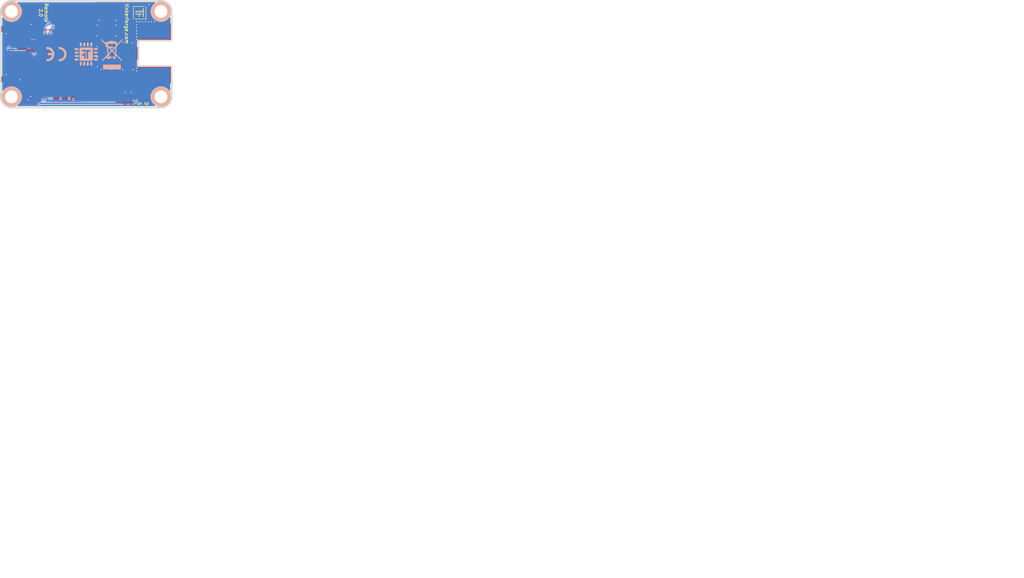
<source format=kicad_pcb>
(kicad_pcb (version 4) (host pcbnew 4.0.7-e2-6376~58~ubuntu17.04.1)
  (title_block (title "Remote Bricklet") (rev 1.0) (company "Tinkerforge GmbH") (comment 1 "Licensed under CERN OHL v.1.1") (comment 2 "Copyright (©) 2013, B.Nordmeyer <bastian@tinkerforge.com>"))
  (layers (0 Vorderseite signal) (31 Rückseite signal hide) (34 B.Paste user) (35 F.Paste user) (36 B.SilkS user) (37 F.SilkS user) (38 B.Mask user) (39 F.Mask user) (44 Edge.Cuts user))
  (net 0 "")
  (net 1 GND)
  (net 2 VCC)
  (net 3 "Net-(C1-Pad1)")
  (net 4 "Net-(D1-Pad2)")
  (net 5 "Net-(P1-Pad4)")
  (net 6 "Net-(P1-Pad5)")
  (net 7 "Net-(P1-Pad6)")
  (net 8 "Net-(P2-Pad2)")
  (net 9 S-CS)
  (net 10 S-CLK)
  (net 11 S-MOSI)
  (net 12 S-MISO)
  (net 13 "Net-(RP2-Pad1)")
  (net 14 "Net-(RP2-Pad2)")
  (net 15 "Net-(RP2-Pad3)")
  (net 16 "Net-(RP2-Pad4)")
  (net 17 M-MISO)
  (net 18 M-MOSI)
  (net 19 M-CLK)
  (net 20 M-CS)
  (net 21 DIO1)
  (net 22 DIO2)
  (net 23 RESET)
  (net 24 "Net-(D2-Pad2)")
  (net 25 "Net-(RP3-Pad1)")
  (net 26 "Net-(RP3-Pad4)")
  (net 27 Antenna)
  (net 28 "Net-(J1-Pad1)")
  (module DRILL_NP (layer Vorderseite) (at 80.4 32.3)
    (fp_text reference U3 hide)
    (fp_text value DRILL hide)
    (pad "" thru_hole circle (at 0 0) (size 2.99974 2.99974) (drill 2.99974) (layers *.Cu *.SilkS *.Mask) (clearance 0.89916))
  )
  (module DRILL_NP (layer Vorderseite) (at 45.4 52.3)
    (fp_text reference U4 hide)
    (fp_text value DRILL hide)
    (pad "" thru_hole circle (at 0 0) (size 2.99974 2.99974) (drill 2.99974) (layers *.Cu *.SilkS *.Mask) (clearance 0.89916))
  )
  (module DRILL_NP (layer Vorderseite) (at 45.4 32.3)
    (fp_text reference U6 hide)
    (fp_text value DRILL hide)
    (pad "" thru_hole circle (at 0 0) (size 2.99974 2.99974) (drill 2.99974) (layers *.Cu *.SilkS *.Mask) (clearance 0.89916))
  )
  (module DRILL_NP (layer Vorderseite) (at 80.4 52.3)
    (fp_text reference U5 hide)
    (fp_text value DRILL hide)
    (pad "" thru_hole circle (at 0 0) (size 2.99974 2.99974) (drill 2.99974) (layers *.Cu *.SilkS *.Mask) (clearance 0.89916))
  )
  (module Fiducial_Mark (layer Vorderseite) (at 63.4 47.3)
    (fp_text reference Fiducial_Mark hide)
    (fp_text value VAL** hide)
    (pad 1 smd circle (at 0 0) (size 1.00076 1.00076) (layers Vorderseite F.Mask) (clearance 0.65024))
  )
  (module Fiducial_Mark (layer Vorderseite) (at 49.9 32.8)
    (fp_text reference Fiducial_Mark hide)
    (fp_text value VAL** hide)
    (pad 1 smd circle (at 0 0) (size 1.00076 1.00076) (layers Vorderseite F.Mask) (clearance 0.65024))
  )
  (module Logo_31x31 (layer Vorderseite) (at 77 31 270)
    (fp_text reference G*** hide)
    (fp_text value Logo_31x31 hide)
  )
  (module FT-004B (layer Vorderseite) (at 82.9 42.1 270)
    (fp_text reference ANT1)
    (fp_text value ANT2)
    (pad 2 smd rect (at -5 4 270) (size 4 8) (layers Vorderseite F.Paste F.Mask) (net 1 GND))
    (pad 2 smd rect (at 5 4 270) (size 4 8) (layers Vorderseite F.Paste F.Mask) (net 1 GND))
    (pad 1 smd rect (at 0 10.5 270) (size 3 5) (layers Vorderseite F.Paste F.Mask) (net 27 Antenna))
  )
  (module C0402E (layer Vorderseite) (at 48.2 47.9 270)
    (fp_text reference C1)
    (fp_text value 220pF)
    (pad 1 smd rect (at -0.65 0 270) (size 0.7 0.9) (layers Vorderseite F.Paste F.Mask) (net 3 "Net-(C1-Pad1)"))
    (pad 2 smd rect (at 0.65 0 270) (size 0.7 0.9) (layers Vorderseite F.Paste F.Mask) (net 1 GND))
  )
  (module C0603F (layer Vorderseite) (at 50.7 40.5 90)
    (fp_text reference C3)
    (fp_text value 1uF)
    (pad 1 smd rect (at -0.75 0 90) (size 0.9 0.9) (layers Vorderseite F.Paste F.Mask) (net 2 VCC))
    (pad 2 smd rect (at 0.75 0 90) (size 0.9 0.9) (layers Vorderseite F.Paste F.Mask) (net 1 GND))
  )
  (module C0603F (layer Vorderseite) (at 51 53 180)
    (fp_text reference C4)
    (fp_text value 100nF)
    (pad 1 smd rect (at -0.75 0 180) (size 0.9 0.9) (layers Vorderseite F.Paste F.Mask) (net 2 VCC))
    (pad 2 smd rect (at 0.75 0 180) (size 0.9 0.9) (layers Vorderseite F.Paste F.Mask) (net 1 GND))
  )
  (module C0603F (layer Vorderseite) (at 73.4 52.9 270)
    (fp_text reference C5)
    (fp_text value 1µF)
    (pad 1 smd rect (at -0.75 0 270) (size 0.9 0.9) (layers Vorderseite F.Paste F.Mask) (net 1 GND))
    (pad 2 smd rect (at 0.75 0 270) (size 0.9 0.9) (layers Vorderseite F.Paste F.Mask) (net 2 VCC))
  )
  (module C0603F (layer Vorderseite) (at 72 52.9 270)
    (fp_text reference C6)
    (fp_text value 100nF)
    (pad 1 smd rect (at -0.75 0 270) (size 0.9 0.9) (layers Vorderseite F.Paste F.Mask) (net 1 GND))
    (pad 2 smd rect (at 0.75 0 270) (size 0.9 0.9) (layers Vorderseite F.Paste F.Mask) (net 2 VCC))
  )
  (module kicad-libraries:D0603F (layer Vorderseite) (at 75.4 51.6 90)
    (fp_text reference D1)
    (fp_text value LED)
    (pad 1 smd rect (at -0.75 0 90) (size 0.9 0.9) (layers Vorderseite F.Paste F.Mask) (net 2 VCC))
    (pad 2 smd rect (at 0.75 0 90) (size 0.9 0.9) (layers Vorderseite F.Paste F.Mask) (net 4 "Net-(D1-Pad2)"))
  )
  (module CON-SENSOR2 (layer Vorderseite) (at 43 42.3 270)
    (fp_text reference P1)
    (fp_text value CON-SENSOR2)
    (pad 1 smd rect (at -3.75 -4.6 270) (size 0.6 1.8) (layers Vorderseite F.Paste F.Mask))
    (pad 2 smd rect (at -2.5 -4.6 270) (size 0.6 1.8) (layers Vorderseite F.Paste F.Mask) (net 1 GND))
    (pad EP smd rect (at -5.9 -1.2 270) (size 1.4 2.4) (layers Vorderseite F.Paste F.Mask) (net 1 GND))
    (pad EP smd rect (at 5.9 -1.2 270) (size 1.4 2.4) (layers Vorderseite F.Paste F.Mask) (net 1 GND))
    (pad 3 smd rect (at -1.25 -4.6 270) (size 0.6 1.8) (layers Vorderseite F.Paste F.Mask) (net 2 VCC))
    (pad 4 smd rect (at 0 -4.6 270) (size 0.6 1.8) (layers Vorderseite F.Paste F.Mask) (net 5 "Net-(P1-Pad4)"))
    (pad 5 smd rect (at 1.25 -4.6 270) (size 0.6 1.8) (layers Vorderseite F.Paste F.Mask) (net 6 "Net-(P1-Pad5)"))
    (pad 6 smd rect (at 2.5 -4.6 270) (size 0.6 1.8) (layers Vorderseite F.Paste F.Mask) (net 7 "Net-(P1-Pad6)"))
    (pad 7 smd rect (at 3.75 -4.6 270) (size 0.6 1.8) (layers Vorderseite F.Paste F.Mask) (net 3 "Net-(C1-Pad1)"))
  )
  (module kicad-libraries:SolderJumper (layer Vorderseite) (at 48.8 35.3 180)
    (fp_text reference P2)
    (fp_text value BOOT)
    (pad 2 smd rect (at 0.55 0 180) (size 0.3 1.4) (layers Vorderseite F.Mask) (net 8 "Net-(P2-Pad2)"))
    (pad 2 smd rect (at 0.15 0 180) (size 0.6 0.5) (layers Vorderseite F.Mask) (net 8 "Net-(P2-Pad2)"))
    (pad 1 smd rect (at -0.5 0 180) (size 0.4 1.4) (layers Vorderseite F.Mask) (net 1 GND))
    (pad 1 smd rect (at -0.225 0.55 180) (size 0.95 0.3) (layers Vorderseite F.Mask) (net 1 GND))
    (pad 1 smd rect (at -0.225 -0.55 180) (size 0.95 0.3) (layers Vorderseite F.Mask) (net 1 GND))
  )
  (module 4X0402 (layer Vorderseite) (at 50.3 44.2 270)
    (fp_text reference RP1)
    (fp_text value 82)
    (pad 1 smd rect (at -0.7493 0.575 90) (size 0.29972 0.65) (layers Vorderseite F.Paste F.Mask) (net 5 "Net-(P1-Pad4)"))
    (pad 2 smd rect (at -0.24892 0.575 90) (size 0.29972 0.65) (layers Vorderseite F.Paste F.Mask) (net 6 "Net-(P1-Pad5)"))
    (pad 3 smd rect (at 0.24892 0.575 90) (size 0.29972 0.65) (layers Vorderseite F.Paste F.Mask) (net 7 "Net-(P1-Pad6)"))
    (pad 4 smd rect (at 0.7493 0.575 90) (size 0.29972 0.65) (layers Vorderseite F.Paste F.Mask) (net 3 "Net-(C1-Pad1)"))
    (pad 5 smd rect (at 0.7493 -0.575 270) (size 0.29972 0.65) (layers Vorderseite F.Paste F.Mask) (net 12 S-MISO))
    (pad 6 smd rect (at 0.24892 -0.575 270) (size 0.29972 0.65) (layers Vorderseite F.Paste F.Mask) (net 11 S-MOSI))
    (pad 7 smd rect (at -0.24892 -0.575 270) (size 0.29972 0.65) (layers Vorderseite F.Paste F.Mask) (net 10 S-CLK))
    (pad 8 smd rect (at -0.7493 -0.575 270) (size 0.29972 0.65) (layers Vorderseite F.Paste F.Mask) (net 9 S-CS))
  )
  (module 4X0603 (layer Vorderseite) (at 53 39)
    (fp_text reference RP2)
    (fp_text value 220)
    (pad 1 smd rect (at -1.19888 -0.8509) (size 0.44958 0.89916) (layers Vorderseite F.Paste F.Mask) (net 13 "Net-(RP2-Pad1)"))
    (pad 2 smd rect (at -0.39878 -0.8509) (size 0.44958 0.89916) (layers Vorderseite F.Paste F.Mask) (net 14 "Net-(RP2-Pad2)"))
    (pad 3 smd rect (at 0.39878 -0.8509) (size 0.44958 0.89916) (layers Vorderseite F.Paste F.Mask) (net 15 "Net-(RP2-Pad3)"))
    (pad 4 smd rect (at 1.19888 -0.8509) (size 0.44958 0.89916) (layers Vorderseite F.Paste F.Mask) (net 16 "Net-(RP2-Pad4)"))
    (pad 5 smd rect (at 1.19888 0.8509) (size 0.44958 0.89916) (layers Vorderseite F.Paste F.Mask) (net 17 M-MISO))
    (pad 6 smd rect (at 0.39878 0.8509) (size 0.44958 0.89916) (layers Vorderseite F.Paste F.Mask) (net 18 M-MOSI))
    (pad 7 smd rect (at -0.39878 0.8509) (size 0.44958 0.89916) (layers Vorderseite F.Paste F.Mask) (net 19 M-CLK))
    (pad 8 smd rect (at -1.19888 0.8509) (size 0.44958 0.89916) (layers Vorderseite F.Paste F.Mask) (net 20 M-CS))
  )
  (module kicad-libraries:QFN24-4x4mm-0.5mm (layer Vorderseite) (at 51.7 49.3)
    (fp_text reference U1)
    (fp_text value XMC1302-32)
    (pad 1 smd oval (at -2.025 -1.25) (size 1 0.3) (layers Vorderseite F.Paste F.Mask) (net 12 S-MISO))
    (pad 2 smd oval (at -2.025 -0.75) (size 1 0.3) (layers Vorderseite F.Paste F.Mask))
    (pad 3 smd oval (at -2.025 -0.25) (size 1 0.3) (layers Vorderseite F.Paste F.Mask))
    (pad 4 smd oval (at -2.025 0.25) (size 1 0.3) (layers Vorderseite F.Paste F.Mask) (net 8 "Net-(P2-Pad2)"))
    (pad 5 smd oval (at -2.025 0.75) (size 1 0.3) (layers Vorderseite F.Paste F.Mask))
    (pad 6 smd oval (at -2.025 1.25) (size 1 0.3) (layers Vorderseite F.Paste F.Mask))
    (pad 7 smd oval (at -1.25 2.025 90) (size 1 0.3) (layers Vorderseite F.Paste F.Mask) (net 28 "Net-(J1-Pad1)"))
    (pad 8 smd oval (at -0.75 2.025 90) (size 1 0.3) (layers Vorderseite F.Paste F.Mask))
    (pad 9 smd oval (at -0.25 2.025 90) (size 1 0.3) (layers Vorderseite F.Paste F.Mask) (net 1 GND))
    (pad 10 smd oval (at 0.25 2.025 90) (size 1 0.3) (layers Vorderseite F.Paste F.Mask) (net 2 VCC))
    (pad 11 smd oval (at 0.75 2.025 90) (size 1 0.3) (layers Vorderseite F.Paste F.Mask) (net 21 DIO1))
    (pad 12 smd oval (at 1.25 2.025 90) (size 1 0.3) (layers Vorderseite F.Paste F.Mask) (net 22 DIO2))
    (pad 13 smd oval (at 2.025 1.25) (size 1 0.3) (layers Vorderseite F.Paste F.Mask) (net 23 RESET))
    (pad 14 smd oval (at 2.025 0.75) (size 1 0.3) (layers Vorderseite F.Paste F.Mask))
    (pad 15 smd oval (at 2.025 0.25) (size 1 0.3) (layers Vorderseite F.Paste F.Mask) (net 25 "Net-(RP3-Pad1)"))
    (pad 16 smd oval (at 2.025 -0.25) (size 1 0.3) (layers Vorderseite F.Paste F.Mask) (net 26 "Net-(RP3-Pad4)"))
    (pad 17 smd oval (at 2.025 -0.75) (size 1 0.3) (layers Vorderseite F.Paste F.Mask) (net 17 M-MISO))
    (pad 18 smd oval (at 2.025 -1.25) (size 1 0.3) (layers Vorderseite F.Paste F.Mask) (net 18 M-MOSI))
    (pad 19 smd oval (at 1.25 -2.025 90) (size 1 0.3) (layers Vorderseite F.Paste F.Mask) (net 19 M-CLK))
    (pad 20 smd oval (at 0.75 -2.025 90) (size 1 0.3) (layers Vorderseite F.Paste F.Mask) (net 20 M-CS))
    (pad 21 smd oval (at 0.25 -2.025 90) (size 1 0.3) (layers Vorderseite F.Paste F.Mask))
    (pad 22 smd oval (at -0.25 -2.025 90) (size 1 0.3) (layers Vorderseite F.Paste F.Mask) (net 9 S-CS))
    (pad 23 smd oval (at -0.75 -2.025 90) (size 1 0.3) (layers Vorderseite F.Paste F.Mask) (net 10 S-CLK))
    (pad 24 smd oval (at -1.25 -2.025 90) (size 1 0.3) (layers Vorderseite F.Paste F.Mask) (net 11 S-MOSI))
    (pad EXP smd rect (at 0.65 0.65) (size 1.3 1.3) (layers Vorderseite F.Paste F.Mask) (net 1 GND))
    (pad EXP smd rect (at 0.65 -0.65) (size 1.3 1.3) (layers Vorderseite F.Paste F.Mask) (net 1 GND))
    (pad EXP smd rect (at -0.65 0.65) (size 1.3 1.3) (layers Vorderseite F.Paste F.Mask) (net 1 GND))
    (pad EXP smd rect (at -0.65 -0.65) (size 1.3 1.3) (layers Vorderseite F.Paste F.Mask) (net 1 GND))
  )
  (module kicad-libraries:WEEE_7mm (layer Rückseite) (at 68.9 42.3 180)
    (fp_text reference VAL hide)
    (fp_text value WEEE_7mm hide)
  )
  (module kicad-libraries:CE_5mm (layer Rückseite) (at 55.9 42.3 180)
    (fp_text reference VAL hide)
    (fp_text value CE_5mm hide)
  )
  (module kicad-libraries:D0603F (layer Vorderseite) (at 77 51.6 90)
    (fp_text reference D2)
    (fp_text value LED)
    (pad 1 smd rect (at -0.75 0 90) (size 0.9 0.9) (layers Vorderseite F.Paste F.Mask) (net 2 VCC))
    (pad 2 smd rect (at 0.75 0 90) (size 0.9 0.9) (layers Vorderseite F.Paste F.Mask) (net 24 "Net-(D2-Pad2)"))
  )
  (module 4X0603 (layer Vorderseite) (at 72.6 48.3 90)
    (fp_text reference RP3)
    (fp_text value 1k)
    (pad 1 smd rect (at -1.19888 -0.8509 90) (size 0.44958 0.89916) (layers Vorderseite F.Paste F.Mask) (net 25 "Net-(RP3-Pad1)"))
    (pad 2 smd rect (at -0.39878 -0.8509 90) (size 0.44958 0.89916) (layers Vorderseite F.Paste F.Mask))
    (pad 3 smd rect (at 0.39878 -0.8509 90) (size 0.44958 0.89916) (layers Vorderseite F.Paste F.Mask))
    (pad 4 smd rect (at 1.19888 -0.8509 90) (size 0.44958 0.89916) (layers Vorderseite F.Paste F.Mask) (net 26 "Net-(RP3-Pad4)"))
    (pad 5 smd rect (at 1.19888 0.8509 90) (size 0.44958 0.89916) (layers Vorderseite F.Paste F.Mask) (net 24 "Net-(D2-Pad2)"))
    (pad 6 smd rect (at 0.39878 0.8509 90) (size 0.44958 0.89916) (layers Vorderseite F.Paste F.Mask))
    (pad 7 smd rect (at -0.39878 0.8509 90) (size 0.44958 0.89916) (layers Vorderseite F.Paste F.Mask))
    (pad 8 smd rect (at -1.19888 0.8509 90) (size 0.44958 0.89916) (layers Vorderseite F.Paste F.Mask) (net 4 "Net-(D1-Pad2)"))
  )
  (module kicad-libraries:Logo_CoMCU (layer Rückseite) (at 62.9 42.3 180)
    (fp_text reference G*** hide)
    (fp_text value LOGO hide)
  )
  (module C0805 (layer Vorderseite) (at 49.5 40.5 90)
    (fp_text reference C2)
    (fp_text value 10uF)
    (pad 1 smd rect (at -1.00076 0 90) (size 1.00076 1.24968) (layers Vorderseite F.Paste F.Mask) (net 2 VCC) (clearance 0.14986))
    (pad 2 smd rect (at 1.00076 0 90) (size 1.00076 1.24968) (layers Vorderseite F.Paste F.Mask) (net 1 GND) (clearance 0.14986))
  )
  (module RFM69HW (layer Vorderseite) (at 62.9 41.9 90)
    (fp_text reference U2)
    (fp_text value RFM69HW)
    (pad 9 smd rect (at -9.5 -7 90) (size 3.2 1.5) (layers Vorderseite F.Paste F.Mask) (net 23 RESET))
    (pad 10 smd rect (at -9.5 -5 90) (size 3.2 1.5) (layers Vorderseite F.Paste F.Mask))
    (pad 11 smd rect (at -9.5 -3 90) (size 3.2 1.5) (layers Vorderseite F.Paste F.Mask) (net 21 DIO1))
    (pad 12 smd rect (at -9.5 -1 90) (size 3.2 1.5) (layers Vorderseite F.Paste F.Mask) (net 22 DIO2))
    (pad 13 smd rect (at -9.5 1 90) (size 3.2 1.5) (layers Vorderseite F.Paste F.Mask))
    (pad 14 smd rect (at -9.5 3 90) (size 3.2 1.5) (layers Vorderseite F.Paste F.Mask))
    (pad 15 smd rect (at -9.5 5 90) (size 3.2 1.5) (layers Vorderseite F.Paste F.Mask))
    (pad 16 smd rect (at -9.5 7 90) (size 3.2 1.5) (layers Vorderseite F.Paste F.Mask) (net 2 VCC))
    (pad 8 smd rect (at 9.5 7 270) (size 3.2 1.5) (layers Vorderseite F.Paste F.Mask) (net 1 GND))
    (pad 7 smd rect (at 9.5 5 270) (size 3.2 1.5) (layers Vorderseite F.Paste F.Mask) (net 27 Antenna))
    (pad 6 smd rect (at 9.5 3 270) (size 3.2 1.5) (layers Vorderseite F.Paste F.Mask) (net 1 GND))
    (pad 5 smd rect (at 9.5 1 270) (size 3.2 1.5) (layers Vorderseite F.Paste F.Mask) (net 14 "Net-(RP2-Pad2)"))
    (pad 4 smd rect (at 9.5 -1 270) (size 3.2 1.5) (layers Vorderseite F.Paste F.Mask) (net 16 "Net-(RP2-Pad4)"))
    (pad 3 smd rect (at 9.5 -3 270) (size 3.2 1.5) (layers Vorderseite F.Paste F.Mask) (net 15 "Net-(RP2-Pad3)"))
    (pad 2 smd rect (at 9.5 -5 270) (size 3.2 1.5) (layers Vorderseite F.Paste F.Mask) (net 13 "Net-(RP2-Pad1)"))
    (pad 1 smd rect (at 9.5 -7 270) (size 3.2 1.5) (layers Vorderseite F.Paste F.Mask))
  )
  (module kicad-libraries:DEBUG_PAD (layer Vorderseite) (at 49 51.8)
    (fp_text reference J1)
    (fp_text value Debug)
    (pad 1 smd circle (at 0 0) (size 0.7 0.7) (layers Vorderseite F.Paste F.Mask) (net 28 "Net-(J1-Pad1)"))
  )
  (gr_line (start 82.9 32.3) (end 82.9 39.1) (angle 90) (layer Edge.Cuts) (width 0.381))
  (gr_line (start 82.9 45.1) (end 82.9 52.3) (angle 90) (layer Edge.Cuts) (width 0.381))
  (gr_line (start 75.1 45.1) (end 82.9 45.1) (angle 90) (layer Edge.Cuts) (width 0.381))
  (gr_line (start 75.1 39.1) (end 75.1 45.1) (angle 90) (layer Edge.Cuts) (width 0.381))
  (gr_line (start 82.9 39.1) (end 75.1 39.1) (angle 90) (layer Edge.Cuts) (width 0.381))
  (gr_text D (at 77 53.9 270) (layer F.SilkS) (effects (font (size 0.8 0.8))))
  (gr_text S (at 75.4 53.9 90) (layer F.SilkS) (effects (font (size 0.8 0.8))))
  (gr_line (start 45.35 54.8) (end 80.4 54.8) (angle 90) (layer Edge.Cuts) (width 0.381))
  (gr_line (start 80.4 29.8) (end 45.45 29.8) (angle 90) (layer Edge.Cuts) (width 0.381))
  (gr_text "Remote\n2.0" (at 52.9 32.6 270) (layer F.SilkS) (effects (font (size 0.8 0.8))))
  (gr_text tinkerforge.com (at 72.4 35.2 270) (layer F.SilkS) (effects (font (size 0.8 0.8))))
  (gr_arc (start 80.4 52.3) (end 82.9 52.3) (angle 90) (layer Edge.Cuts) (width 0.381))
  (gr_arc (start 80.4 32.3) (end 80.4 29.8) (angle 90) (layer Edge.Cuts) (width 0.381))
  (gr_line (start 42.9 32.3) (end 42.9 52.3) (angle 90) (layer Edge.Cuts) (width 0.381))
  (gr_arc (start 45.4 32.3) (end 42.9 32.3) (angle 90) (layer Edge.Cuts) (width 0.381))
  (gr_arc (start 45.4 52.3) (end 45.4 54.8) (angle 90) (layer Edge.Cuts) (width 0.381))
  (segment (start 49.025 35.85) (end 49.15 35.85) (width 0.2) (layer Vorderseite) (net 1))
  (segment (start 49.15 35.85) (end 49.3 35.7) (width 0.2) (layer Vorderseite) (net 1))
  (segment (start 49.3 35.7) (end 49.3 35.3) (width 0.2) (layer Vorderseite) (net 1))
  (segment (start 49.025 34.75) (end 49.15 34.75) (width 0.2) (layer Vorderseite) (net 1))
  (segment (start 49.15 34.75) (end 49.3 34.9) (width 0.2) (layer Vorderseite) (net 1))
  (segment (start 49.3 34.9) (end 49.3 35.3) (width 0.2) (layer Vorderseite) (net 1))
  (segment (start 49.3 35.3) (end 50 35.3) (width 0.2) (layer Vorderseite) (net 1))
  (via (at 50 35.3) (size 0.70104) (drill 0.24892) (layers Vorderseite Rückseite) (net 1))
  (segment (start 66.4 45.9) (end 66.4 45.2) (width 0.8001) (layer Rückseite) (net 1))
  (segment (start 74.7 46.1) (end 74.5 45.9) (width 0.8001) (layer Vorderseite) (net 1))
  (segment (start 74.5 45.9) (end 73.9 45.9) (width 0.8001) (layer Vorderseite) (net 1))
  (via (at 73.9 45.9) (size 0.70104) (drill 0.24892) (layers Vorderseite Rückseite) (net 1))
  (segment (start 73.9 45.9) (end 71.4 45.9) (width 0.8001) (layer Rückseite) (net 1))
  (via (at 71.4 45.9) (size 0.70104) (drill 0.24892) (layers Vorderseite Rückseite) (net 1))
  (segment (start 71.4 45.9) (end 68.9 45.9) (width 0.8001) (layer Vorderseite) (net 1))
  (via (at 68.9 45.9) (size 0.70104) (drill 0.24892) (layers Vorderseite Rückseite) (net 1))
  (segment (start 68.9 45.9) (end 66.4 45.9) (width 0.8001) (layer Rückseite) (net 1))
  (via (at 66.4 45.9) (size 0.70104) (drill 0.24892) (layers Vorderseite Rückseite) (net 1))
  (via (at 74.7 46.2) (size 0.70104) (drill 0.24892) (layers Vorderseite Rückseite) (net 1))
  (segment (start 74.7 46.2) (end 74.7 46.1) (width 0.8001) (layer Vorderseite) (net 1))
  (via (at 68.4 43.2) (size 0.70104) (drill 0.24892) (layers Vorderseite Rückseite) (net 1))
  (segment (start 66.4 45.2) (end 68.4 43.2) (width 0.8001) (layer Rückseite) (net 1))
  (segment (start 77.5 34.7) (end 77.5 30.8) (width 0.8001) (layer Vorderseite) (net 1))
  (via (at 77.5 34.7) (size 0.70104) (drill 0.24892) (layers Vorderseite Rückseite) (net 1))
  (via (at 77.6 30.7) (size 0.70104) (drill 0.24892) (layers Vorderseite Rückseite) (net 1))
  (segment (start 77.5 30.8) (end 77.6 30.7) (width 0.8001) (layer Vorderseite) (net 1))
  (segment (start 69.9 34.4) (end 69.9 35.5) (width 0.8001) (layer Vorderseite) (net 1))
  (via (at 69.9 34.4) (size 0.70104) (drill 0.24892) (layers Vorderseite Rückseite) (net 1))
  (segment (start 69.9 32.4) (end 69.9 34.4) (width 0.8001) (layer Vorderseite) (net 1))
  (via (at 73.7 39.7) (size 0.70104) (drill 0.24892) (layers Vorderseite Rückseite) (net 1))
  (segment (start 71.7 39.7) (end 73.7 39.7) (width 0.8001) (layer Rückseite) (net 1))
  (segment (start 71.5 39.5) (end 71.7 39.7) (width 0.8001) (layer Rückseite) (net 1))
  (via (at 71.5 39.5) (size 0.70104) (drill 0.24892) (layers Vorderseite Rückseite) (net 1))
  (segment (start 71.4 39.5) (end 71.5 39.5) (width 0.8001) (layer Vorderseite) (net 1))
  (segment (start 69.9 38) (end 71.4 39.5) (width 0.8001) (layer Vorderseite) (net 1))
  (via (at 69.9 38) (size 0.70104) (drill 0.24892) (layers Vorderseite Rückseite) (net 1))
  (segment (start 69.9 35.5) (end 69.9 38) (width 0.8001) (layer Rückseite) (net 1))
  (via (at 69.9 35.5) (size 0.70104) (drill 0.24892) (layers Vorderseite Rückseite) (net 1))
  (segment (start 65.9 34.4) (end 65.9 35.1) (width 0.8001) (layer Vorderseite) (net 1))
  (via (at 65.9 34.4) (size 0.70104) (drill 0.24892) (layers Vorderseite Rückseite) (net 1))
  (segment (start 65.9 32.4) (end 65.9 34.4) (width 0.8001) (layer Vorderseite) (net 1))
  (via (at 65.5 45.2) (size 0.70104) (drill 0.24892) (layers Vorderseite Rückseite) (net 1))
  (segment (start 65.5 43) (end 65.5 45.2) (width 0.8001) (layer Vorderseite) (net 1))
  (via (at 65.5 43) (size 0.70104) (drill 0.24892) (layers Vorderseite Rückseite) (net 1))
  (segment (start 65.5 40.5) (end 65.5 43) (width 0.8001) (layer Rückseite) (net 1))
  (via (at 65.5 40.5) (size 0.70104) (drill 0.24892) (layers Vorderseite Rückseite) (net 1))
  (segment (start 65.5 38) (end 65.5 40.5) (width 0.8001) (layer Vorderseite) (net 1))
  (via (at 65.5 38) (size 0.70104) (drill 0.24892) (layers Vorderseite Rückseite) (net 1))
  (segment (start 65.5 35.5) (end 65.5 38) (width 0.8001) (layer Rückseite) (net 1))
  (via (at 65.5 35.5) (size 0.70104) (drill 0.24892) (layers Vorderseite Rückseite) (net 1))
  (segment (start 65.9 35.1) (end 65.5 35.5) (width 0.8001) (layer Vorderseite) (net 1))
  (segment (start 74.7 45.5) (end 74.7 46.2) (width 0.8001) (layer Vorderseite) (net 1))
  (segment (start 74.7 46.2) (end 75.6 47.1) (width 0.8001) (layer Vorderseite) (net 1))
  (via (at 74.7 45.5) (size 0.70104) (drill 0.24892) (layers Vorderseite Rückseite) (net 1))
  (segment (start 78.9 47.1) (end 75.6 47.1) (width 0.8001) (layer Vorderseite) (net 1))
  (segment (start 74.7 38.9) (end 74.7 38.2) (width 0.8001) (layer Vorderseite) (net 1))
  (via (at 74.7 38.2) (size 0.70104) (drill 0.24892) (layers Vorderseite Rückseite) (net 1))
  (segment (start 74.7 37.5) (end 74.7 36.8) (width 0.8001) (layer Vorderseite) (net 1))
  (via (at 74.7 36.8) (size 0.70104) (drill 0.24892) (layers Vorderseite Rückseite) (net 1))
  (segment (start 74.7 36.1) (end 74.7 35.4) (width 0.8001) (layer Vorderseite) (net 1))
  (via (at 74.7 35.4) (size 0.70104) (drill 0.24892) (layers Vorderseite Rückseite) (net 1))
  (segment (start 74.7 34.7) (end 75.4 34.7) (width 0.8001) (layer Vorderseite) (net 1))
  (via (at 75.4 34.7) (size 0.70104) (drill 0.24892) (layers Vorderseite Rückseite) (net 1))
  (segment (start 76.1 34.7) (end 76.8 34.7) (width 0.8001) (layer Vorderseite) (net 1))
  (via (at 76.8 34.7) (size 0.70104) (drill 0.24892) (layers Vorderseite Rückseite) (net 1))
  (segment (start 77.5 34.7) (end 78.2 34.7) (width 0.8001) (layer Vorderseite) (net 1))
  (via (at 78.2 34.7) (size 0.70104) (drill 0.24892) (layers Vorderseite Rückseite) (net 1))
  (segment (start 78.9 34.7) (end 78.9 37.1) (width 0.8001) (layer Vorderseite) (net 1))
  (via (at 78.9 34.7) (size 0.70104) (drill 0.24892) (layers Vorderseite Rückseite) (net 1))
  (segment (start 78.2 34.7) (end 78.9 34.7) (width 0.8001) (layer Vorderseite) (net 1))
  (segment (start 76.8 34.7) (end 77.5 34.7) (width 0.8001) (layer Vorderseite) (net 1))
  (via (at 76.1 34.7) (size 0.70104) (drill 0.24892) (layers Vorderseite Rückseite) (net 1))
  (segment (start 75.4 34.7) (end 76.1 34.7) (width 0.8001) (layer Vorderseite) (net 1))
  (via (at 74.7 34.7) (size 0.70104) (drill 0.24892) (layers Vorderseite Rückseite) (net 1))
  (segment (start 74.7 35.4) (end 74.7 34.7) (width 0.8001) (layer Vorderseite) (net 1))
  (via (at 74.7 36.1) (size 0.70104) (drill 0.24892) (layers Vorderseite Rückseite) (net 1))
  (segment (start 74.7 36.8) (end 74.7 36.1) (width 0.8001) (layer Vorderseite) (net 1))
  (via (at 74.7 37.5) (size 0.70104) (drill 0.24892) (layers Vorderseite Rückseite) (net 1))
  (segment (start 74.7 38.2) (end 74.7 37.5) (width 0.8001) (layer Vorderseite) (net 1))
  (via (at 74.7 38.9) (size 0.70104) (drill 0.24892) (layers Vorderseite Rückseite) (net 1))
  (segment (start 44.2 36.4) (end 44.2 37.5) (width 0.59944) (layer Vorderseite) (net 1))
  (via (at 44.2 37.5) (size 0.70104) (drill 0.24892) (layers Vorderseite Rückseite) (net 1))
  (segment (start 44.2 48.2) (end 44.2 47.1) (width 0.59944) (layer Vorderseite) (net 1))
  (via (at 44.2 47.1) (size 0.70104) (drill 0.24892) (layers Vorderseite Rückseite) (net 1))
  (segment (start 52.35 48.65) (end 52.35 49.95) (width 0.25) (layer Vorderseite) (net 1))
  (segment (start 51.05 48.65) (end 52.35 48.65) (width 0.25) (layer Vorderseite) (net 1))
  (segment (start 51.05 49.95) (end 51.05 48.65) (width 0.25) (layer Vorderseite) (net 1))
  (segment (start 51.45 51.325) (end 51.45 50.35) (width 0.25) (layer Vorderseite) (net 1))
  (segment (start 51.45 50.35) (end 51.05 49.95) (width 0.25) (layer Vorderseite) (net 1))
  (segment (start 50.25 53) (end 50.25 52.55) (width 0.35) (layer Vorderseite) (net 1))
  (segment (start 50.25 52.55) (end 49.9 52.2) (width 0.35) (layer Vorderseite) (net 1))
  (via (at 49.9 52.2) (size 0.70104) (drill 0.24892) (layers Vorderseite Rückseite) (net 1))
  (segment (start 50.25 53) (end 49.3 53) (width 0.35) (layer Vorderseite) (net 1))
  (via (at 49.3 53) (size 0.70104) (drill 0.24892) (layers Vorderseite Rückseite) (net 1))
  (segment (start 51.45 51.325) (end 51.45 52.05) (width 0.2) (layer Vorderseite) (net 1))
  (segment (start 51 52.2) (end 50.45 52.75) (width 0.2) (layer Vorderseite) (net 1))
  (segment (start 51.3 52.2) (end 51 52.2) (width 0.2) (layer Vorderseite) (net 1))
  (segment (start 51.45 52.05) (end 51.3 52.2) (width 0.2) (layer Vorderseite) (net 1))
  (segment (start 50.45 52.75) (end 50.45 53.1) (width 0.2) (layer Vorderseite) (net 1))
  (segment (start 48.2 48.55) (end 47.65 48.55) (width 0.35) (layer Vorderseite) (net 1))
  (via (at 47.4 48.3) (size 0.70104) (drill 0.24892) (layers Vorderseite Rückseite) (net 1))
  (segment (start 47.65 48.55) (end 47.4 48.3) (width 0.35) (layer Vorderseite) (net 1))
  (segment (start 73.4 52.15) (end 73.4 51.3) (width 0.35) (layer Vorderseite) (net 1))
  (via (at 73.4 51.3) (size 0.70104) (drill 0.24892) (layers Vorderseite Rückseite) (net 1))
  (segment (start 72 52.15) (end 72 51.3) (width 0.35) (layer Vorderseite) (net 1))
  (via (at 72 51.3) (size 0.70104) (drill 0.24892) (layers Vorderseite Rückseite) (net 1))
  (segment (start 50.7 39.75) (end 50.7 39.4) (width 0.35) (layer Vorderseite) (net 1))
  (segment (start 50.7 39.4) (end 50.2 38.9) (width 0.59944) (layer Vorderseite) (net 1))
  (via (at 50.2 38.9) (size 0.70104) (drill 0.24892) (layers Vorderseite Rückseite) (net 1))
  (segment (start 50.7 39.75) (end 50.7 39.1) (width 0.59944) (layer Vorderseite) (net 1))
  (via (at 50.9 38.9) (size 0.70104) (drill 0.24892) (layers Vorderseite Rückseite) (net 1))
  (segment (start 50.7 39.1) (end 50.9 38.9) (width 0.59944) (layer Vorderseite) (net 1))
  (segment (start 49.5 39.75) (end 47.65 39.75) (width 0.59944) (layer Vorderseite) (net 1))
  (segment (start 47.65 39.75) (end 47.6 39.8) (width 0.35) (layer Vorderseite) (net 1))
  (segment (start 50.7 39.75) (end 49.5 39.75) (width 0.59944) (layer Vorderseite) (net 1))
  (segment (start 51.8 53.8) (end 73.9 53.8) (width 0.35) (layer Rückseite) (net 2))
  (segment (start 73.9 53.8) (end 74.4 53.3) (width 0.35) (layer Rückseite) (net 2))
  (segment (start 51.75 53) (end 51.75 53.75) (width 0.35) (layer Vorderseite) (net 2))
  (segment (start 51.75 53.75) (end 51.8 53.8) (width 0.35) (layer Vorderseite) (net 2))
  (segment (start 51.95 51.325) (end 51.95 52.45) (width 0.2) (layer Vorderseite) (net 2))
  (segment (start 51.95 52.45) (end 51.95 53.1) (width 0.2) (layer Vorderseite) (net 2))
  (segment (start 51.8 53.8) (end 48.8 53.8) (width 0.35) (layer Vorderseite) (net 2))
  (segment (start 50.7 42.1) (end 50.7 41.25) (width 0.59944) (layer Vorderseite) (net 2))
  (via (at 50.7 42.1) (size 0.70104) (drill 0.24892) (layers Vorderseite Rückseite) (net 2))
  (segment (start 49.8 41.2) (end 50.7 42.1) (width 0.35) (layer Rückseite) (net 2))
  (segment (start 45 41.2) (end 49.8 41.2) (width 0.35) (layer Rückseite) (net 2))
  (segment (start 44.8 41) (end 45 41.2) (width 0.35) (layer Rückseite) (net 2))
  (via (at 44.8 41) (size 0.70104) (drill 0.24892) (layers Vorderseite Rückseite) (net 2))
  (segment (start 44.8 46) (end 44.8 41) (width 0.35) (layer Vorderseite) (net 2))
  (segment (start 46 47.2) (end 44.8 46) (width 0.35) (layer Vorderseite) (net 2))
  (segment (start 46 48.9) (end 46 47.2) (width 0.35) (layer Vorderseite) (net 2))
  (segment (start 48.2 51.1) (end 46 48.9) (width 0.35) (layer Vorderseite) (net 2))
  (segment (start 48.2 53.2) (end 48.2 51.1) (width 0.35) (layer Vorderseite) (net 2))
  (segment (start 48.8 53.8) (end 48.2 53.2) (width 0.35) (layer Vorderseite) (net 2))
  (via (at 51.8 53.8) (size 0.70104) (drill 0.24892) (layers Vorderseite Rückseite) (net 2))
  (via (at 74.4 53.3) (size 0.70104) (drill 0.24892) (layers Vorderseite Rückseite) (net 2))
  (segment (start 75.4 52.35) (end 74.65 52.35) (width 0.35) (layer Vorderseite) (net 2))
  (segment (start 74.65 52.35) (end 74.4 52.6) (width 0.35) (layer Vorderseite) (net 2))
  (segment (start 74.4 52.6) (end 74.4 53.3) (width 0.35) (layer Vorderseite) (net 2))
  (segment (start 74.05 53.65) (end 74.4 53.3) (width 0.35) (layer Vorderseite) (net 2))
  (segment (start 74.05 53.65) (end 73.4 53.65) (width 0.35) (layer Vorderseite) (net 2))
  (segment (start 77 52.35) (end 75.4 52.35) (width 0.35) (layer Vorderseite) (net 2))
  (segment (start 72 53.65) (end 70.15 53.65) (width 0.35) (layer Vorderseite) (net 2))
  (segment (start 69.9 53.4) (end 69.9 51.4) (width 0.35) (layer Vorderseite) (net 2))
  (segment (start 70.15 53.65) (end 69.9 53.4) (width 0.35) (layer Vorderseite) (net 2))
  (segment (start 73.4 53.65) (end 72 53.65) (width 0.35) (layer Vorderseite) (net 2))
  (segment (start 49.5 41.25) (end 50.7 41.25) (width 0.59944) (layer Vorderseite) (net 2))
  (segment (start 47.6 41.05) (end 48.75 41.05) (width 0.59944) (layer Vorderseite) (net 2))
  (segment (start 48.95 41.25) (end 49.5 41.25) (width 0.59944) (layer Vorderseite) (net 2))
  (segment (start 48.75 41.05) (end 48.95 41.25) (width 0.59944) (layer Vorderseite) (net 2))
  (segment (start 47.6 46.05) (end 47.6 46.1) (width 0.2) (layer Vorderseite) (net 3))
  (segment (start 47.6 46.1) (end 48.2 46.7) (width 0.2) (layer Vorderseite) (net 3))
  (segment (start 48.2 46.7) (end 48.2 47.25) (width 0.2) (layer Vorderseite) (net 3))
  (segment (start 49.725 44.9493) (end 49.5507 44.9493) (width 0.2) (layer Vorderseite) (net 3))
  (segment (start 49.5507 44.9493) (end 49 45.5) (width 0.2) (layer Vorderseite) (net 3))
  (segment (start 49 45.5) (end 49 46.8) (width 0.2) (layer Vorderseite) (net 3))
  (segment (start 49 46.8) (end 48.55 47.25) (width 0.2) (layer Vorderseite) (net 3))
  (segment (start 48.55 47.25) (end 48.2 47.25) (width 0.2) (layer Vorderseite) (net 3))
  (segment (start 75.4 50.85) (end 75.25 50.85) (width 0.2) (layer Vorderseite) (net 4))
  (segment (start 75.25 50.85) (end 73.89888 49.49888) (width 0.2) (layer Vorderseite) (net 4))
  (segment (start 73.89888 49.49888) (end 73.4509 49.49888) (width 0.2) (layer Vorderseite) (net 4))
  (segment (start 47.6 42.3) (end 48.3 42.3) (width 0.2) (layer Vorderseite) (net 5))
  (segment (start 48.3 42.3) (end 49.4507 43.4507) (width 0.2) (layer Vorderseite) (net 5))
  (segment (start 49.4507 43.4507) (end 49.725 43.4507) (width 0.2) (layer Vorderseite) (net 5))
  (segment (start 49.725 43.95108) (end 49.15108 43.95108) (width 0.2) (layer Vorderseite) (net 6))
  (segment (start 48.75 43.55) (end 47.6 43.55) (width 0.2) (layer Vorderseite) (net 6))
  (segment (start 49.15108 43.95108) (end 48.75 43.55) (width 0.2) (layer Vorderseite) (net 6))
  (segment (start 49.725 44.44892) (end 49.25108 44.44892) (width 0.2) (layer Vorderseite) (net 7))
  (segment (start 48.9 44.8) (end 47.6 44.8) (width 0.2) (layer Vorderseite) (net 7))
  (segment (start 49.25108 44.44892) (end 48.9 44.8) (width 0.2) (layer Vorderseite) (net 7))
  (segment (start 48.25 35.3) (end 48.65 35.3) (width 0.2) (layer Vorderseite) (net 8))
  (segment (start 49.675 49.55) (end 47.65 49.55) (width 0.2) (layer Vorderseite) (net 8))
  (segment (start 47.2 35.3) (end 48.25 35.3) (width 0.2) (layer Vorderseite) (net 8))
  (segment (start 46.6 35.9) (end 47.2 35.3) (width 0.2) (layer Vorderseite) (net 8))
  (segment (start 46.6 37) (end 46.6 35.9) (width 0.2) (layer Vorderseite) (net 8))
  (segment (start 45.6 38) (end 46.6 37) (width 0.2) (layer Vorderseite) (net 8))
  (segment (start 45.6 45.9) (end 45.6 38) (width 0.2) (layer Vorderseite) (net 8))
  (segment (start 46.7 47) (end 45.6 45.9) (width 0.2) (layer Vorderseite) (net 8))
  (segment (start 46.7 48.6) (end 46.7 47) (width 0.2) (layer Vorderseite) (net 8))
  (segment (start 47.65 49.55) (end 46.7 48.6) (width 0.2) (layer Vorderseite) (net 8))
  (segment (start 51.45 47.275) (end 51.45 46.75) (width 0.2) (layer Vorderseite) (net 9))
  (segment (start 51.8507 43.4507) (end 50.875 43.4507) (width 0.2) (layer Vorderseite) (net 9))
  (segment (start 52.7 44.3) (end 51.8507 43.4507) (width 0.2) (layer Vorderseite) (net 9))
  (segment (start 52.7 45.5) (end 52.7 44.3) (width 0.2) (layer Vorderseite) (net 9))
  (segment (start 51.45 46.75) (end 52.7 45.5) (width 0.2) (layer Vorderseite) (net 9))
  (segment (start 50.95 47.275) (end 50.95 46.55) (width 0.2) (layer Vorderseite) (net 10))
  (segment (start 51.55108 43.95108) (end 50.875 43.95108) (width 0.2) (layer Vorderseite) (net 10))
  (segment (start 52.2 44.6) (end 51.55108 43.95108) (width 0.2) (layer Vorderseite) (net 10))
  (segment (start 52.2 45.3) (end 52.2 44.6) (width 0.2) (layer Vorderseite) (net 10))
  (segment (start 50.95 46.55) (end 52.2 45.3) (width 0.2) (layer Vorderseite) (net 10))
  (segment (start 50.45 47.275) (end 50.45 46.35) (width 0.2) (layer Vorderseite) (net 11))
  (segment (start 51.44892 44.44892) (end 50.875 44.44892) (width 0.2) (layer Vorderseite) (net 11))
  (segment (start 51.7 44.7) (end 51.44892 44.44892) (width 0.2) (layer Vorderseite) (net 11))
  (segment (start 51.7 45.1) (end 51.7 44.7) (width 0.2) (layer Vorderseite) (net 11))
  (segment (start 50.45 46.35) (end 51.7 45.1) (width 0.2) (layer Vorderseite) (net 11))
  (segment (start 49.675 48.05) (end 49.675 46.325) (width 0.2) (layer Vorderseite) (net 12))
  (segment (start 50.875 45.125) (end 50.875 44.9493) (width 0.2) (layer Vorderseite) (net 12))
  (segment (start 49.675 46.325) (end 50.875 45.125) (width 0.2) (layer Vorderseite) (net 12))
  (segment (start 57.9 32.4) (end 57.9 33.7) (width 0.2) (layer Vorderseite) (net 13))
  (segment (start 57.9 33.7) (end 57.1 34.5) (width 0.2) (layer Vorderseite) (net 13))
  (segment (start 57.1 34.5) (end 53.8 34.5) (width 0.2) (layer Vorderseite) (net 13))
  (segment (start 53.8 34.5) (end 51.80112 36.49888) (width 0.2) (layer Vorderseite) (net 13))
  (segment (start 51.80112 36.49888) (end 51.80112 38.1491) (width 0.2) (layer Vorderseite) (net 13))
  (segment (start 63.9 32.4) (end 63.9 33.5) (width 0.2) (layer Vorderseite) (net 14))
  (segment (start 63.9 33.5) (end 60.8 36.6) (width 0.2) (layer Vorderseite) (net 14))
  (segment (start 60.8 36.6) (end 53 36.6) (width 0.2) (layer Vorderseite) (net 14))
  (segment (start 53 36.6) (end 52.60122 36.99878) (width 0.2) (layer Vorderseite) (net 14))
  (segment (start 52.60122 36.99878) (end 52.60122 38.1491) (width 0.2) (layer Vorderseite) (net 14))
  (segment (start 59.9 32.4) (end 59.9 34) (width 0.2) (layer Vorderseite) (net 15))
  (segment (start 59.9 34) (end 58.9 35) (width 0.2) (layer Vorderseite) (net 15))
  (segment (start 58.9 35) (end 54.4 35) (width 0.2) (layer Vorderseite) (net 15))
  (segment (start 54.4 35) (end 54.2 35.2) (width 0.2) (layer Vorderseite) (net 15))
  (via (at 54.2 35.2) (size 0.70104) (drill 0.24892) (layers Vorderseite Rückseite) (net 15))
  (segment (start 54.2 35.2) (end 53.4 36) (width 0.2) (layer Rückseite) (net 15))
  (segment (start 53.4 36) (end 53.4 37.3) (width 0.2) (layer Rückseite) (net 15))
  (via (at 53.4 37.3) (size 0.70104) (drill 0.24892) (layers Vorderseite Rückseite) (net 15))
  (segment (start 53.4 37.3) (end 53.39878 37.30122) (width 0.2) (layer Vorderseite) (net 15))
  (segment (start 53.39878 37.30122) (end 53.39878 38.1491) (width 0.2) (layer Vorderseite) (net 15))
  (segment (start 54.19888 38.1491) (end 54.19888 37.50112) (width 0.2) (layer Vorderseite) (net 16))
  (segment (start 59.6 35.9) (end 61.9 33.6) (width 0.2) (layer Vorderseite) (net 16))
  (segment (start 55.1 35.9) (end 59.6 35.9) (width 0.2) (layer Vorderseite) (net 16))
  (via (at 55.1 35.9) (size 0.70104) (drill 0.24892) (layers Vorderseite Rückseite) (net 16))
  (segment (start 54.4 36.6) (end 55.1 35.9) (width 0.2) (layer Rückseite) (net 16))
  (segment (start 54.4 37.3) (end 54.4 36.6) (width 0.2) (layer Rückseite) (net 16))
  (via (at 54.4 37.3) (size 0.70104) (drill 0.24892) (layers Vorderseite Rückseite) (net 16))
  (segment (start 54.19888 37.50112) (end 54.4 37.3) (width 0.2) (layer Vorderseite) (net 16))
  (segment (start 61.9 33.6) (end 61.9 32.4) (width 0.2) (layer Vorderseite) (net 16))
  (segment (start 53.725 48.55) (end 54.45 48.55) (width 0.2) (layer Vorderseite) (net 17))
  (segment (start 54.19888 40.79888) (end 54.19888 39.8509) (width 0.2) (layer Vorderseite) (net 17))
  (segment (start 54.9 41.5) (end 54.19888 40.79888) (width 0.2) (layer Vorderseite) (net 17))
  (segment (start 54.9 48.1) (end 54.9 41.5) (width 0.2) (layer Vorderseite) (net 17))
  (segment (start 54.45 48.55) (end 54.9 48.1) (width 0.2) (layer Vorderseite) (net 17))
  (segment (start 53.725 48.05) (end 54.15 48.05) (width 0.2) (layer Vorderseite) (net 18))
  (segment (start 54.15 48.05) (end 54.3 47.9) (width 0.2) (layer Vorderseite) (net 18))
  (segment (start 54.3 47.9) (end 54.3 42) (width 0.2) (layer Vorderseite) (net 18))
  (segment (start 54.3 42) (end 53.39878 41.09878) (width 0.2) (layer Vorderseite) (net 18))
  (segment (start 53.39878 41.09878) (end 53.39878 39.8509) (width 0.2) (layer Vorderseite) (net 18))
  (segment (start 52.95 47.275) (end 52.95 46.85) (width 0.2) (layer Vorderseite) (net 19))
  (segment (start 52.95 46.85) (end 53.8 46) (width 0.2) (layer Vorderseite) (net 19))
  (segment (start 53.8 46) (end 53.8 42.5) (width 0.2) (layer Vorderseite) (net 19))
  (segment (start 53.8 42.5) (end 52.60122 41.30122) (width 0.2) (layer Vorderseite) (net 19))
  (segment (start 52.60122 41.30122) (end 52.60122 39.8509) (width 0.2) (layer Vorderseite) (net 19))
  (segment (start 52.45 47.275) (end 52.45 46.65) (width 0.2) (layer Vorderseite) (net 20))
  (segment (start 51.80112 41.40112) (end 51.80112 39.8509) (width 0.2) (layer Vorderseite) (net 20))
  (segment (start 53.3 42.9) (end 51.80112 41.40112) (width 0.2) (layer Vorderseite) (net 20))
  (segment (start 53.3 45.8) (end 53.3 42.9) (width 0.2) (layer Vorderseite) (net 20))
  (segment (start 52.45 46.65) (end 53.3 45.8) (width 0.2) (layer Vorderseite) (net 20))
  (segment (start 59.9 52.7) (end 53.3 52.7) (width 0.2) (layer Rückseite) (net 21))
  (segment (start 53.3 52.7) (end 53 53) (width 0.2) (layer Rückseite) (net 21))
  (segment (start 53 52.7) (end 53 53) (width 0.2) (layer Vorderseite) (net 21))
  (via (at 53 53) (size 0.70104) (drill 0.24892) (layers Vorderseite Rückseite) (net 21))
  (segment (start 59.9 52.7) (end 59.9 51.4) (width 0.2) (layer Vorderseite) (net 21))
  (via (at 59.9 52.7) (size 0.70104) (drill 0.24892) (layers Vorderseite Rückseite) (net 21))
  (segment (start 52.45 51.325) (end 52.45 52.15) (width 0.2) (layer Vorderseite) (net 21))
  (segment (start 52.45 52.15) (end 53 52.7) (width 0.2) (layer Vorderseite) (net 21))
  (segment (start 52.95 51.325) (end 52.95 51.95) (width 0.2) (layer Vorderseite) (net 22))
  (segment (start 61.9 53.1) (end 61.9 51.4) (width 0.2) (layer Vorderseite) (net 22))
  (segment (start 61.6 53.4) (end 61.9 53.1) (width 0.2) (layer Vorderseite) (net 22))
  (segment (start 54.4 53.4) (end 61.6 53.4) (width 0.2) (layer Vorderseite) (net 22))
  (segment (start 52.95 51.95) (end 54.4 53.4) (width 0.2) (layer Vorderseite) (net 22))
  (segment (start 53.725 50.55) (end 54.25 50.55) (width 0.2) (layer Vorderseite) (net 23))
  (segment (start 55.1 51.4) (end 55.9 51.4) (width 0.2) (layer Vorderseite) (net 23))
  (segment (start 54.25 50.55) (end 55.1 51.4) (width 0.2) (layer Vorderseite) (net 23))
  (segment (start 73.4509 47.10112) (end 73.90112 47.10112) (width 0.2) (layer Vorderseite) (net 24))
  (segment (start 76.3 49.8) (end 77 50.5) (width 0.2) (layer Vorderseite) (net 24))
  (segment (start 74.8 49.8) (end 76.3 49.8) (width 0.2) (layer Vorderseite) (net 24))
  (segment (start 74.4 49.4) (end 74.8 49.8) (width 0.2) (layer Vorderseite) (net 24))
  (segment (start 74.4 47.6) (end 74.4 49.4) (width 0.2) (layer Vorderseite) (net 24))
  (segment (start 73.90112 47.10112) (end 74.4 47.6) (width 0.2) (layer Vorderseite) (net 24))
  (segment (start 77 50.5) (end 77 50.85) (width 0.2) (layer Vorderseite) (net 24))
  (segment (start 71.7491 49.49888) (end 54.90112 49.49888) (width 0.2) (layer Vorderseite) (net 25))
  (segment (start 54.85 49.55) (end 53.725 49.55) (width 0.2) (layer Vorderseite) (net 25))
  (segment (start 54.90112 49.49888) (end 54.85 49.55) (width 0.2) (layer Vorderseite) (net 25))
  (segment (start 53.725 49.05) (end 54.85 49.05) (width 0.2) (layer Vorderseite) (net 26))
  (segment (start 71.19888 47.10112) (end 71.7491 47.10112) (width 0.2) (layer Vorderseite) (net 26))
  (segment (start 70.9 47.4) (end 71.19888 47.10112) (width 0.2) (layer Vorderseite) (net 26))
  (segment (start 70.9 48.3) (end 70.9 47.4) (width 0.2) (layer Vorderseite) (net 26))
  (segment (start 70.2 49) (end 70.9 48.3) (width 0.2) (layer Vorderseite) (net 26))
  (segment (start 54.9 49) (end 70.2 49) (width 0.2) (layer Vorderseite) (net 26))
  (segment (start 54.85 49.05) (end 54.9 49) (width 0.2) (layer Vorderseite) (net 26))
  (segment (start 67.9 32.4) (end 67.9 40.2) (width 0.8001) (layer Vorderseite) (net 27))
  (segment (start 69.8 42.1) (end 72.6 42.1) (width 0.8001) (layer Vorderseite) (net 27))
  (segment (start 67.9 40.2) (end 69.8 42.1) (width 0.8001) (layer Vorderseite) (net 27))
  (segment (start 50.45 51.325) (end 49.475 51.325) (width 0.29972) (layer Vorderseite) (net 28))
  (segment (start 49.475 51.325) (end 49 51.8) (width 0.29972) (layer Vorderseite) (net 28))
  (zone (net 1) (net_name GND) (layer Vorderseite) (connect_pads yes (clearance 0.15)) (min_thickness 0.15) (fill yes (arc_segments 16) (thermal_gap 0.508) (thermal_bridge_width 0.508))
    (polygon (pts (xy 82.9 49.1) (xy 74.9 49.1) (xy 74.9 47.1) (xy 74.2 46.3) (xy 65.1 46.3) (xy 65.1 29.8) (xy 82.9 29.8)))
  )
  (zone (net 1) (net_name GND) (layer Rückseite) (connect_pads yes (clearance 0.15)) (min_thickness 0.15) (fill yes (arc_segments 16) (thermal_gap 0.508) (thermal_bridge_width 0.508))
    (polygon (pts (xy 42.9 29.8) (xy 82.9 29.8) (xy 82.9 54.8) (xy 42.9 54.8)))
  )
)
</source>
